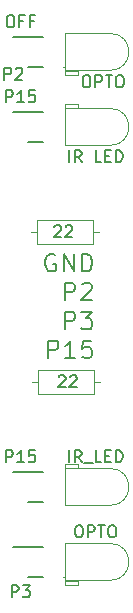
<source format=gto>
G04 #@! TF.FileFunction,Legend,Top*
%FSLAX46Y46*%
G04 Gerber Fmt 4.6, Leading zero omitted, Abs format (unit mm)*
G04 Created by KiCad (PCBNEW 4.0.7) date 09/15/19 19:52:21*
%MOMM*%
%LPD*%
G01*
G04 APERTURE LIST*
%ADD10C,0.100000*%
%ADD11C,0.200000*%
%ADD12C,0.120000*%
%ADD13C,0.150000*%
G04 APERTURE END LIST*
D10*
D11*
X149542619Y-64222381D02*
X149733096Y-64222381D01*
X149828334Y-64270000D01*
X149923572Y-64365238D01*
X149971191Y-64555714D01*
X149971191Y-64889048D01*
X149923572Y-65079524D01*
X149828334Y-65174762D01*
X149733096Y-65222381D01*
X149542619Y-65222381D01*
X149447381Y-65174762D01*
X149352143Y-65079524D01*
X149304524Y-64889048D01*
X149304524Y-64555714D01*
X149352143Y-64365238D01*
X149447381Y-64270000D01*
X149542619Y-64222381D01*
X150733096Y-64698571D02*
X150399762Y-64698571D01*
X150399762Y-65222381D02*
X150399762Y-64222381D01*
X150875953Y-64222381D01*
X151590239Y-64698571D02*
X151256905Y-64698571D01*
X151256905Y-65222381D02*
X151256905Y-64222381D01*
X151733096Y-64222381D01*
X149280714Y-71572381D02*
X149280714Y-70572381D01*
X149661667Y-70572381D01*
X149756905Y-70620000D01*
X149804524Y-70667619D01*
X149852143Y-70762857D01*
X149852143Y-70905714D01*
X149804524Y-71000952D01*
X149756905Y-71048571D01*
X149661667Y-71096190D01*
X149280714Y-71096190D01*
X150804524Y-71572381D02*
X150233095Y-71572381D01*
X150518809Y-71572381D02*
X150518809Y-70572381D01*
X150423571Y-70715238D01*
X150328333Y-70810476D01*
X150233095Y-70858095D01*
X151709286Y-70572381D02*
X151233095Y-70572381D01*
X151185476Y-71048571D01*
X151233095Y-71000952D01*
X151328333Y-70953333D01*
X151566429Y-70953333D01*
X151661667Y-71000952D01*
X151709286Y-71048571D01*
X151756905Y-71143810D01*
X151756905Y-71381905D01*
X151709286Y-71477143D01*
X151661667Y-71524762D01*
X151566429Y-71572381D01*
X151328333Y-71572381D01*
X151233095Y-71524762D01*
X151185476Y-71477143D01*
X149280714Y-102052381D02*
X149280714Y-101052381D01*
X149661667Y-101052381D01*
X149756905Y-101100000D01*
X149804524Y-101147619D01*
X149852143Y-101242857D01*
X149852143Y-101385714D01*
X149804524Y-101480952D01*
X149756905Y-101528571D01*
X149661667Y-101576190D01*
X149280714Y-101576190D01*
X150804524Y-102052381D02*
X150233095Y-102052381D01*
X150518809Y-102052381D02*
X150518809Y-101052381D01*
X150423571Y-101195238D01*
X150328333Y-101290476D01*
X150233095Y-101338095D01*
X151709286Y-101052381D02*
X151233095Y-101052381D01*
X151185476Y-101528571D01*
X151233095Y-101480952D01*
X151328333Y-101433333D01*
X151566429Y-101433333D01*
X151661667Y-101480952D01*
X151709286Y-101528571D01*
X151756905Y-101623810D01*
X151756905Y-101861905D01*
X151709286Y-101957143D01*
X151661667Y-102004762D01*
X151566429Y-102052381D01*
X151328333Y-102052381D01*
X151233095Y-102004762D01*
X151185476Y-101957143D01*
X153416428Y-84475000D02*
X153273571Y-84403571D01*
X153059285Y-84403571D01*
X152845000Y-84475000D01*
X152702142Y-84617857D01*
X152630714Y-84760714D01*
X152559285Y-85046429D01*
X152559285Y-85260714D01*
X152630714Y-85546429D01*
X152702142Y-85689286D01*
X152845000Y-85832143D01*
X153059285Y-85903571D01*
X153202142Y-85903571D01*
X153416428Y-85832143D01*
X153487857Y-85760714D01*
X153487857Y-85260714D01*
X153202142Y-85260714D01*
X154130714Y-85903571D02*
X154130714Y-84403571D01*
X154987857Y-85903571D01*
X154987857Y-84403571D01*
X155702143Y-85903571D02*
X155702143Y-84403571D01*
X156059286Y-84403571D01*
X156273571Y-84475000D01*
X156416429Y-84617857D01*
X156487857Y-84760714D01*
X156559286Y-85046429D01*
X156559286Y-85260714D01*
X156487857Y-85546429D01*
X156416429Y-85689286D01*
X156273571Y-85832143D01*
X156059286Y-85903571D01*
X155702143Y-85903571D01*
X154273572Y-88353571D02*
X154273572Y-86853571D01*
X154845000Y-86853571D01*
X154987858Y-86925000D01*
X155059286Y-86996429D01*
X155130715Y-87139286D01*
X155130715Y-87353571D01*
X155059286Y-87496429D01*
X154987858Y-87567857D01*
X154845000Y-87639286D01*
X154273572Y-87639286D01*
X155702143Y-86996429D02*
X155773572Y-86925000D01*
X155916429Y-86853571D01*
X156273572Y-86853571D01*
X156416429Y-86925000D01*
X156487858Y-86996429D01*
X156559286Y-87139286D01*
X156559286Y-87282143D01*
X156487858Y-87496429D01*
X155630715Y-88353571D01*
X156559286Y-88353571D01*
X154273572Y-90803571D02*
X154273572Y-89303571D01*
X154845000Y-89303571D01*
X154987858Y-89375000D01*
X155059286Y-89446429D01*
X155130715Y-89589286D01*
X155130715Y-89803571D01*
X155059286Y-89946429D01*
X154987858Y-90017857D01*
X154845000Y-90089286D01*
X154273572Y-90089286D01*
X155630715Y-89303571D02*
X156559286Y-89303571D01*
X156059286Y-89875000D01*
X156273572Y-89875000D01*
X156416429Y-89946429D01*
X156487858Y-90017857D01*
X156559286Y-90160714D01*
X156559286Y-90517857D01*
X156487858Y-90660714D01*
X156416429Y-90732143D01*
X156273572Y-90803571D01*
X155845000Y-90803571D01*
X155702143Y-90732143D01*
X155630715Y-90660714D01*
X152845001Y-93253571D02*
X152845001Y-91753571D01*
X153416429Y-91753571D01*
X153559287Y-91825000D01*
X153630715Y-91896429D01*
X153702144Y-92039286D01*
X153702144Y-92253571D01*
X153630715Y-92396429D01*
X153559287Y-92467857D01*
X153416429Y-92539286D01*
X152845001Y-92539286D01*
X155130715Y-93253571D02*
X154273572Y-93253571D01*
X154702144Y-93253571D02*
X154702144Y-91753571D01*
X154559287Y-91967857D01*
X154416429Y-92110714D01*
X154273572Y-92182143D01*
X156487858Y-91753571D02*
X155773572Y-91753571D01*
X155702143Y-92467857D01*
X155773572Y-92396429D01*
X155916429Y-92325000D01*
X156273572Y-92325000D01*
X156416429Y-92396429D01*
X156487858Y-92467857D01*
X156559286Y-92610714D01*
X156559286Y-92967857D01*
X156487858Y-93110714D01*
X156416429Y-93182143D01*
X156273572Y-93253571D01*
X155916429Y-93253571D01*
X155773572Y-93182143D01*
X155702143Y-93110714D01*
X149121905Y-69667381D02*
X149121905Y-68667381D01*
X149502858Y-68667381D01*
X149598096Y-68715000D01*
X149645715Y-68762619D01*
X149693334Y-68857857D01*
X149693334Y-69000714D01*
X149645715Y-69095952D01*
X149598096Y-69143571D01*
X149502858Y-69191190D01*
X149121905Y-69191190D01*
X150074286Y-68762619D02*
X150121905Y-68715000D01*
X150217143Y-68667381D01*
X150455239Y-68667381D01*
X150550477Y-68715000D01*
X150598096Y-68762619D01*
X150645715Y-68857857D01*
X150645715Y-68953095D01*
X150598096Y-69095952D01*
X150026667Y-69667381D01*
X150645715Y-69667381D01*
X149756905Y-113482381D02*
X149756905Y-112482381D01*
X150137858Y-112482381D01*
X150233096Y-112530000D01*
X150280715Y-112577619D01*
X150328334Y-112672857D01*
X150328334Y-112815714D01*
X150280715Y-112910952D01*
X150233096Y-112958571D01*
X150137858Y-113006190D01*
X149756905Y-113006190D01*
X150661667Y-112482381D02*
X151280715Y-112482381D01*
X150947381Y-112863333D01*
X151090239Y-112863333D01*
X151185477Y-112910952D01*
X151233096Y-112958571D01*
X151280715Y-113053810D01*
X151280715Y-113291905D01*
X151233096Y-113387143D01*
X151185477Y-113434762D01*
X151090239Y-113482381D01*
X150804524Y-113482381D01*
X150709286Y-113434762D01*
X150661667Y-113387143D01*
X150495000Y-109220000D02*
X149860000Y-109220000D01*
X152400000Y-111760000D02*
X151130000Y-111760000D01*
X152400000Y-109220000D02*
X150495000Y-109220000D01*
D12*
X158105000Y-108930000D02*
G75*
G02X158105000Y-112050000I0J-1560000D01*
G01*
X154245000Y-112050000D02*
X158105000Y-112050000D01*
X154245000Y-108930000D02*
X158105000Y-108930000D01*
X154245000Y-112050000D02*
X154245000Y-108930000D01*
X154245000Y-112086000D02*
X155365000Y-112086000D01*
X155365000Y-112086000D02*
X155365000Y-112486000D01*
X155365000Y-112486000D02*
X154245000Y-112486000D01*
X154245000Y-112486000D02*
X154245000Y-112086000D01*
X154115000Y-111760000D02*
X154245000Y-111760000D01*
X154245000Y-111760000D02*
X154245000Y-111760000D01*
X154245000Y-111760000D02*
X154115000Y-111760000D01*
X154115000Y-111760000D02*
X154115000Y-111760000D01*
D11*
X150495000Y-102870000D02*
X149860000Y-102870000D01*
X152400000Y-105410000D02*
X151130000Y-105410000D01*
X152400000Y-102870000D02*
X150495000Y-102870000D01*
D12*
X158105000Y-102580000D02*
G75*
G02X158105000Y-105700000I0J-1560000D01*
G01*
X154245000Y-105700000D02*
X158105000Y-105700000D01*
X154245000Y-102580000D02*
X158105000Y-102580000D01*
X154245000Y-105700000D02*
X154245000Y-102580000D01*
X154245000Y-102180000D02*
X155365000Y-102180000D01*
X155365000Y-102180000D02*
X155365000Y-102580000D01*
X155365000Y-102580000D02*
X154245000Y-102580000D01*
X154245000Y-102580000D02*
X154245000Y-102180000D01*
X151865000Y-82550000D02*
X151365000Y-82550000D01*
X156615000Y-82550000D02*
X157115000Y-82550000D01*
X156615000Y-83550000D02*
X156615000Y-81550000D01*
X156615000Y-81550000D02*
X151865000Y-81550000D01*
X151865000Y-81550000D02*
X151865000Y-83550000D01*
X151865000Y-83550000D02*
X156615000Y-83550000D01*
X156745000Y-95250000D02*
X157245000Y-95250000D01*
X151995000Y-95250000D02*
X151495000Y-95250000D01*
X151995000Y-94250000D02*
X151995000Y-96250000D01*
X151995000Y-96250000D02*
X156745000Y-96250000D01*
X156745000Y-96250000D02*
X156745000Y-94250000D01*
X156745000Y-94250000D02*
X151995000Y-94250000D01*
D11*
X150495000Y-72390000D02*
X149860000Y-72390000D01*
X152400000Y-74930000D02*
X151130000Y-74930000D01*
X152400000Y-72390000D02*
X150495000Y-72390000D01*
D12*
X158105000Y-72100000D02*
G75*
G02X158105000Y-75220000I0J-1560000D01*
G01*
X154245000Y-75220000D02*
X158105000Y-75220000D01*
X154245000Y-72100000D02*
X158105000Y-72100000D01*
X154245000Y-75220000D02*
X154245000Y-72100000D01*
X154245000Y-71700000D02*
X155365000Y-71700000D01*
X155365000Y-71700000D02*
X155365000Y-72100000D01*
X155365000Y-72100000D02*
X154245000Y-72100000D01*
X154245000Y-72100000D02*
X154245000Y-71700000D01*
D11*
X150495000Y-66040000D02*
X149860000Y-66040000D01*
X152400000Y-68580000D02*
X151130000Y-68580000D01*
X152400000Y-66040000D02*
X150495000Y-66040000D01*
D12*
X158105000Y-65750000D02*
G75*
G02X158105000Y-68870000I0J-1560000D01*
G01*
X154245000Y-68870000D02*
X158105000Y-68870000D01*
X154245000Y-65750000D02*
X158105000Y-65750000D01*
X154245000Y-68870000D02*
X154245000Y-65750000D01*
X154245000Y-68906000D02*
X155365000Y-68906000D01*
X155365000Y-68906000D02*
X155365000Y-69306000D01*
X155365000Y-69306000D02*
X154245000Y-69306000D01*
X154245000Y-69306000D02*
X154245000Y-68906000D01*
X154115000Y-68580000D02*
X154245000Y-68580000D01*
X154245000Y-68580000D02*
X154245000Y-68580000D01*
X154245000Y-68580000D02*
X154115000Y-68580000D01*
X154115000Y-68580000D02*
X154115000Y-68580000D01*
D13*
X155345000Y-107402381D02*
X155535477Y-107402381D01*
X155630715Y-107450000D01*
X155725953Y-107545238D01*
X155773572Y-107735714D01*
X155773572Y-108069048D01*
X155725953Y-108259524D01*
X155630715Y-108354762D01*
X155535477Y-108402381D01*
X155345000Y-108402381D01*
X155249762Y-108354762D01*
X155154524Y-108259524D01*
X155106905Y-108069048D01*
X155106905Y-107735714D01*
X155154524Y-107545238D01*
X155249762Y-107450000D01*
X155345000Y-107402381D01*
X156202143Y-108402381D02*
X156202143Y-107402381D01*
X156583096Y-107402381D01*
X156678334Y-107450000D01*
X156725953Y-107497619D01*
X156773572Y-107592857D01*
X156773572Y-107735714D01*
X156725953Y-107830952D01*
X156678334Y-107878571D01*
X156583096Y-107926190D01*
X156202143Y-107926190D01*
X157059286Y-107402381D02*
X157630715Y-107402381D01*
X157345000Y-108402381D02*
X157345000Y-107402381D01*
X158154524Y-107402381D02*
X158345001Y-107402381D01*
X158440239Y-107450000D01*
X158535477Y-107545238D01*
X158583096Y-107735714D01*
X158583096Y-108069048D01*
X158535477Y-108259524D01*
X158440239Y-108354762D01*
X158345001Y-108402381D01*
X158154524Y-108402381D01*
X158059286Y-108354762D01*
X157964048Y-108259524D01*
X157916429Y-108069048D01*
X157916429Y-107735714D01*
X157964048Y-107545238D01*
X158059286Y-107450000D01*
X158154524Y-107402381D01*
X154606905Y-102052381D02*
X154606905Y-101052381D01*
X155654524Y-102052381D02*
X155321190Y-101576190D01*
X155083095Y-102052381D02*
X155083095Y-101052381D01*
X155464048Y-101052381D01*
X155559286Y-101100000D01*
X155606905Y-101147619D01*
X155654524Y-101242857D01*
X155654524Y-101385714D01*
X155606905Y-101480952D01*
X155559286Y-101528571D01*
X155464048Y-101576190D01*
X155083095Y-101576190D01*
X155845000Y-102147619D02*
X156606905Y-102147619D01*
X157321191Y-102052381D02*
X156845000Y-102052381D01*
X156845000Y-101052381D01*
X157654524Y-101528571D02*
X157987858Y-101528571D01*
X158130715Y-102052381D02*
X157654524Y-102052381D01*
X157654524Y-101052381D01*
X158130715Y-101052381D01*
X158559286Y-102052381D02*
X158559286Y-101052381D01*
X158797381Y-101052381D01*
X158940239Y-101100000D01*
X159035477Y-101195238D01*
X159083096Y-101290476D01*
X159130715Y-101480952D01*
X159130715Y-101623810D01*
X159083096Y-101814286D01*
X159035477Y-101909524D01*
X158940239Y-102004762D01*
X158797381Y-102052381D01*
X158559286Y-102052381D01*
X153353095Y-82097619D02*
X153400714Y-82050000D01*
X153495952Y-82002381D01*
X153734048Y-82002381D01*
X153829286Y-82050000D01*
X153876905Y-82097619D01*
X153924524Y-82192857D01*
X153924524Y-82288095D01*
X153876905Y-82430952D01*
X153305476Y-83002381D01*
X153924524Y-83002381D01*
X154305476Y-82097619D02*
X154353095Y-82050000D01*
X154448333Y-82002381D01*
X154686429Y-82002381D01*
X154781667Y-82050000D01*
X154829286Y-82097619D01*
X154876905Y-82192857D01*
X154876905Y-82288095D01*
X154829286Y-82430952D01*
X154257857Y-83002381D01*
X154876905Y-83002381D01*
X153733095Y-94797619D02*
X153780714Y-94750000D01*
X153875952Y-94702381D01*
X154114048Y-94702381D01*
X154209286Y-94750000D01*
X154256905Y-94797619D01*
X154304524Y-94892857D01*
X154304524Y-94988095D01*
X154256905Y-95130952D01*
X153685476Y-95702381D01*
X154304524Y-95702381D01*
X154685476Y-94797619D02*
X154733095Y-94750000D01*
X154828333Y-94702381D01*
X155066429Y-94702381D01*
X155161667Y-94750000D01*
X155209286Y-94797619D01*
X155256905Y-94892857D01*
X155256905Y-94988095D01*
X155209286Y-95130952D01*
X154637857Y-95702381D01*
X155256905Y-95702381D01*
X154606905Y-76652381D02*
X154606905Y-75652381D01*
X155654524Y-76652381D02*
X155321190Y-76176190D01*
X155083095Y-76652381D02*
X155083095Y-75652381D01*
X155464048Y-75652381D01*
X155559286Y-75700000D01*
X155606905Y-75747619D01*
X155654524Y-75842857D01*
X155654524Y-75985714D01*
X155606905Y-76080952D01*
X155559286Y-76128571D01*
X155464048Y-76176190D01*
X155083095Y-76176190D01*
X157321191Y-76652381D02*
X156845000Y-76652381D01*
X156845000Y-75652381D01*
X157654524Y-76128571D02*
X157987858Y-76128571D01*
X158130715Y-76652381D02*
X157654524Y-76652381D01*
X157654524Y-75652381D01*
X158130715Y-75652381D01*
X158559286Y-76652381D02*
X158559286Y-75652381D01*
X158797381Y-75652381D01*
X158940239Y-75700000D01*
X159035477Y-75795238D01*
X159083096Y-75890476D01*
X159130715Y-76080952D01*
X159130715Y-76223810D01*
X159083096Y-76414286D01*
X159035477Y-76509524D01*
X158940239Y-76604762D01*
X158797381Y-76652381D01*
X158559286Y-76652381D01*
X155980000Y-69302381D02*
X156170477Y-69302381D01*
X156265715Y-69350000D01*
X156360953Y-69445238D01*
X156408572Y-69635714D01*
X156408572Y-69969048D01*
X156360953Y-70159524D01*
X156265715Y-70254762D01*
X156170477Y-70302381D01*
X155980000Y-70302381D01*
X155884762Y-70254762D01*
X155789524Y-70159524D01*
X155741905Y-69969048D01*
X155741905Y-69635714D01*
X155789524Y-69445238D01*
X155884762Y-69350000D01*
X155980000Y-69302381D01*
X156837143Y-70302381D02*
X156837143Y-69302381D01*
X157218096Y-69302381D01*
X157313334Y-69350000D01*
X157360953Y-69397619D01*
X157408572Y-69492857D01*
X157408572Y-69635714D01*
X157360953Y-69730952D01*
X157313334Y-69778571D01*
X157218096Y-69826190D01*
X156837143Y-69826190D01*
X157694286Y-69302381D02*
X158265715Y-69302381D01*
X157980000Y-70302381D02*
X157980000Y-69302381D01*
X158789524Y-69302381D02*
X158980001Y-69302381D01*
X159075239Y-69350000D01*
X159170477Y-69445238D01*
X159218096Y-69635714D01*
X159218096Y-69969048D01*
X159170477Y-70159524D01*
X159075239Y-70254762D01*
X158980001Y-70302381D01*
X158789524Y-70302381D01*
X158694286Y-70254762D01*
X158599048Y-70159524D01*
X158551429Y-69969048D01*
X158551429Y-69635714D01*
X158599048Y-69445238D01*
X158694286Y-69350000D01*
X158789524Y-69302381D01*
M02*

</source>
